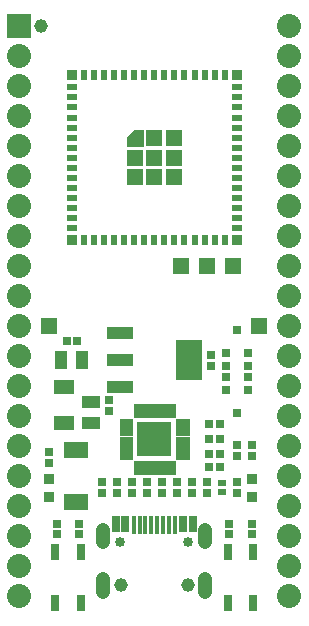
<source format=gts>
G75*
%MOIN*%
%OFA0B0*%
%FSLAX25Y25*%
%IPPOS*%
%LPD*%
%AMOC8*
5,1,8,0,0,1.08239X$1,22.5*
%
%ADD10R,0.08000X0.08000*%
%ADD11C,0.08000*%
%ADD12R,0.02962X0.05718*%
%ADD13R,0.01781X0.06309*%
%ADD14C,0.04734*%
%ADD15C,0.03356*%
%ADD16R,0.03159X0.05324*%
%ADD17R,0.09065X0.04340*%
%ADD18R,0.09065X0.13395*%
%ADD19R,0.03041X0.03041*%
%ADD20R,0.08080X0.05324*%
%ADD21R,0.06112X0.04143*%
%ADD22R,0.04143X0.06112*%
%ADD23R,0.03750X0.03750*%
%ADD24R,0.02569X0.02175*%
%ADD25R,0.02569X0.02962*%
%ADD26C,0.04537*%
%ADD27R,0.05324X0.05324*%
%ADD28C,0.00122*%
%ADD29R,0.11624X0.11624*%
%ADD30R,0.06899X0.04537*%
%ADD31C,0.00039*%
%ADD32R,0.03750X0.02175*%
%ADD33R,0.02175X0.03750*%
D10*
X0009300Y0200050D03*
D11*
X0009300Y0010050D03*
X0009300Y0020050D03*
X0009300Y0030050D03*
X0009300Y0040050D03*
X0009300Y0050050D03*
X0009300Y0060050D03*
X0009300Y0070050D03*
X0009300Y0080050D03*
X0009300Y0090050D03*
X0009300Y0100050D03*
X0009300Y0110050D03*
X0009300Y0120050D03*
X0009300Y0130050D03*
X0009300Y0140050D03*
X0009300Y0150050D03*
X0009300Y0160050D03*
X0009300Y0170050D03*
X0009300Y0180050D03*
X0009300Y0190050D03*
X0099300Y0190050D03*
X0099300Y0180050D03*
X0099300Y0170050D03*
X0099300Y0160050D03*
X0099300Y0150050D03*
X0099300Y0140050D03*
X0099300Y0130050D03*
X0099300Y0120050D03*
X0099300Y0110050D03*
X0099300Y0100050D03*
X0099300Y0090050D03*
X0099300Y0080050D03*
X0099300Y0070050D03*
X0099300Y0060050D03*
X0099300Y0050050D03*
X0099300Y0040050D03*
X0099300Y0030050D03*
X0099300Y0020050D03*
X0099300Y0010050D03*
X0099300Y0200050D03*
D12*
X0067095Y0034066D03*
X0063946Y0034066D03*
X0044654Y0034066D03*
X0041505Y0034066D03*
D13*
X0047410Y0033770D03*
X0049379Y0033770D03*
X0051347Y0033770D03*
X0053316Y0033770D03*
X0055284Y0033770D03*
X0057253Y0033770D03*
X0059221Y0033770D03*
X0061190Y0033770D03*
D14*
X0071308Y0032235D02*
X0071308Y0028101D01*
X0071308Y0015778D02*
X0071308Y0011644D01*
X0037292Y0011644D02*
X0037292Y0015778D01*
X0037292Y0028101D02*
X0037292Y0032235D01*
D15*
X0042922Y0028081D03*
X0065678Y0028081D03*
D16*
X0078818Y0024765D03*
X0087282Y0024765D03*
X0087282Y0007835D03*
X0078818Y0007835D03*
X0029782Y0007835D03*
X0021318Y0007835D03*
X0021318Y0024765D03*
X0029782Y0024765D03*
D17*
X0042883Y0079745D03*
X0042883Y0088800D03*
X0042883Y0097855D03*
D18*
X0065717Y0088800D03*
D19*
X0073050Y0087028D03*
X0073050Y0090572D03*
X0078050Y0086822D03*
X0078050Y0083278D03*
X0085550Y0083278D03*
X0085550Y0086822D03*
X0076072Y0067550D03*
X0076072Y0062550D03*
X0076072Y0057550D03*
X0076072Y0053175D03*
X0072528Y0053175D03*
X0072528Y0057550D03*
X0072528Y0062550D03*
X0072528Y0067550D03*
X0081800Y0060572D03*
X0081800Y0057028D03*
X0086800Y0057028D03*
X0086800Y0060572D03*
X0081800Y0048072D03*
X0081800Y0044528D03*
X0079300Y0034322D03*
X0079300Y0030778D03*
X0086800Y0030778D03*
X0086800Y0034322D03*
X0071800Y0044528D03*
X0071800Y0048072D03*
X0066800Y0048072D03*
X0066800Y0044528D03*
X0061800Y0044528D03*
X0061800Y0048072D03*
X0056800Y0048072D03*
X0056800Y0044528D03*
X0051800Y0044528D03*
X0051800Y0048072D03*
X0046800Y0048072D03*
X0046800Y0044528D03*
X0041800Y0044528D03*
X0041800Y0048072D03*
X0036800Y0048072D03*
X0036800Y0044528D03*
X0029300Y0034322D03*
X0029300Y0030778D03*
X0021800Y0030778D03*
X0021800Y0034322D03*
X0019300Y0054528D03*
X0019300Y0058072D03*
X0025028Y0095050D03*
X0028572Y0095050D03*
X0039300Y0075572D03*
X0039300Y0072028D03*
D20*
X0028050Y0058711D03*
X0028050Y0041389D03*
D21*
X0033050Y0067757D03*
X0033050Y0074843D03*
D22*
X0030343Y0088800D03*
X0023257Y0088800D03*
D23*
X0019300Y0049253D03*
X0019300Y0043347D03*
X0026741Y0128741D03*
X0026741Y0183859D03*
X0081859Y0183859D03*
X0081859Y0128741D03*
X0086800Y0049253D03*
X0086800Y0043347D03*
D24*
X0076800Y0044725D03*
X0076800Y0047875D03*
D25*
X0081800Y0071113D03*
X0078060Y0078987D03*
X0078060Y0091113D03*
X0081800Y0098987D03*
X0085540Y0091113D03*
X0085540Y0078987D03*
D26*
X0065550Y0013800D03*
X0043050Y0013800D03*
X0016644Y0200050D03*
D27*
X0047804Y0156300D03*
X0047804Y0149804D03*
X0054300Y0149804D03*
X0054300Y0156300D03*
X0054300Y0162796D03*
X0060796Y0162796D03*
X0060796Y0156300D03*
X0060796Y0149804D03*
X0063050Y0120050D03*
X0071800Y0120050D03*
X0080550Y0120050D03*
X0089300Y0100050D03*
X0019300Y0100050D03*
D28*
X0042742Y0067646D02*
X0046960Y0067646D01*
X0042742Y0067646D02*
X0042742Y0069266D01*
X0046960Y0069266D01*
X0046960Y0067646D01*
X0046960Y0067767D02*
X0042742Y0067767D01*
X0042742Y0067888D02*
X0046960Y0067888D01*
X0046960Y0068009D02*
X0042742Y0068009D01*
X0042742Y0068130D02*
X0046960Y0068130D01*
X0046960Y0068251D02*
X0042742Y0068251D01*
X0042742Y0068372D02*
X0046960Y0068372D01*
X0046960Y0068493D02*
X0042742Y0068493D01*
X0042742Y0068614D02*
X0046960Y0068614D01*
X0046960Y0068735D02*
X0042742Y0068735D01*
X0042742Y0068856D02*
X0046960Y0068856D01*
X0046960Y0068977D02*
X0042742Y0068977D01*
X0042742Y0069098D02*
X0046960Y0069098D01*
X0046960Y0069219D02*
X0042742Y0069219D01*
X0042742Y0065677D02*
X0046960Y0065677D01*
X0042742Y0065677D02*
X0042742Y0067297D01*
X0046960Y0067297D01*
X0046960Y0065677D01*
X0046960Y0065798D02*
X0042742Y0065798D01*
X0042742Y0065919D02*
X0046960Y0065919D01*
X0046960Y0066040D02*
X0042742Y0066040D01*
X0042742Y0066161D02*
X0046960Y0066161D01*
X0046960Y0066282D02*
X0042742Y0066282D01*
X0042742Y0066403D02*
X0046960Y0066403D01*
X0046960Y0066524D02*
X0042742Y0066524D01*
X0042742Y0066645D02*
X0046960Y0066645D01*
X0046960Y0066766D02*
X0042742Y0066766D01*
X0042742Y0066887D02*
X0046960Y0066887D01*
X0046960Y0067008D02*
X0042742Y0067008D01*
X0042742Y0067129D02*
X0046960Y0067129D01*
X0046960Y0067250D02*
X0042742Y0067250D01*
X0042742Y0063709D02*
X0046960Y0063709D01*
X0042742Y0063709D02*
X0042742Y0065329D01*
X0046960Y0065329D01*
X0046960Y0063709D01*
X0046960Y0063830D02*
X0042742Y0063830D01*
X0042742Y0063951D02*
X0046960Y0063951D01*
X0046960Y0064072D02*
X0042742Y0064072D01*
X0042742Y0064193D02*
X0046960Y0064193D01*
X0046960Y0064314D02*
X0042742Y0064314D01*
X0042742Y0064435D02*
X0046960Y0064435D01*
X0046960Y0064556D02*
X0042742Y0064556D01*
X0042742Y0064677D02*
X0046960Y0064677D01*
X0046960Y0064798D02*
X0042742Y0064798D01*
X0042742Y0064919D02*
X0046960Y0064919D01*
X0046960Y0065040D02*
X0042742Y0065040D01*
X0042742Y0065161D02*
X0046960Y0065161D01*
X0046960Y0065282D02*
X0042742Y0065282D01*
X0042742Y0061740D02*
X0046960Y0061740D01*
X0042742Y0061740D02*
X0042742Y0063360D01*
X0046960Y0063360D01*
X0046960Y0061740D01*
X0046960Y0061861D02*
X0042742Y0061861D01*
X0042742Y0061982D02*
X0046960Y0061982D01*
X0046960Y0062103D02*
X0042742Y0062103D01*
X0042742Y0062224D02*
X0046960Y0062224D01*
X0046960Y0062345D02*
X0042742Y0062345D01*
X0042742Y0062466D02*
X0046960Y0062466D01*
X0046960Y0062587D02*
X0042742Y0062587D01*
X0042742Y0062708D02*
X0046960Y0062708D01*
X0046960Y0062829D02*
X0042742Y0062829D01*
X0042742Y0062950D02*
X0046960Y0062950D01*
X0046960Y0063071D02*
X0042742Y0063071D01*
X0042742Y0063192D02*
X0046960Y0063192D01*
X0046960Y0063313D02*
X0042742Y0063313D01*
X0042742Y0059771D02*
X0046960Y0059771D01*
X0042742Y0059771D02*
X0042742Y0061391D01*
X0046960Y0061391D01*
X0046960Y0059771D01*
X0046960Y0059892D02*
X0042742Y0059892D01*
X0042742Y0060013D02*
X0046960Y0060013D01*
X0046960Y0060134D02*
X0042742Y0060134D01*
X0042742Y0060255D02*
X0046960Y0060255D01*
X0046960Y0060376D02*
X0042742Y0060376D01*
X0042742Y0060497D02*
X0046960Y0060497D01*
X0046960Y0060618D02*
X0042742Y0060618D01*
X0042742Y0060739D02*
X0046960Y0060739D01*
X0046960Y0060860D02*
X0042742Y0060860D01*
X0042742Y0060981D02*
X0046960Y0060981D01*
X0046960Y0061102D02*
X0042742Y0061102D01*
X0042742Y0061223D02*
X0046960Y0061223D01*
X0046960Y0061344D02*
X0042742Y0061344D01*
X0042742Y0057803D02*
X0046960Y0057803D01*
X0042742Y0057803D02*
X0042742Y0059423D01*
X0046960Y0059423D01*
X0046960Y0057803D01*
X0046960Y0057924D02*
X0042742Y0057924D01*
X0042742Y0058045D02*
X0046960Y0058045D01*
X0046960Y0058166D02*
X0042742Y0058166D01*
X0042742Y0058287D02*
X0046960Y0058287D01*
X0046960Y0058408D02*
X0042742Y0058408D01*
X0042742Y0058529D02*
X0046960Y0058529D01*
X0046960Y0058650D02*
X0042742Y0058650D01*
X0042742Y0058771D02*
X0046960Y0058771D01*
X0046960Y0058892D02*
X0042742Y0058892D01*
X0042742Y0059013D02*
X0046960Y0059013D01*
X0046960Y0059134D02*
X0042742Y0059134D01*
X0042742Y0059255D02*
X0046960Y0059255D01*
X0046960Y0059376D02*
X0042742Y0059376D01*
X0042742Y0055834D02*
X0046960Y0055834D01*
X0042742Y0055834D02*
X0042742Y0057454D01*
X0046960Y0057454D01*
X0046960Y0055834D01*
X0046960Y0055955D02*
X0042742Y0055955D01*
X0042742Y0056076D02*
X0046960Y0056076D01*
X0046960Y0056197D02*
X0042742Y0056197D01*
X0042742Y0056318D02*
X0046960Y0056318D01*
X0046960Y0056439D02*
X0042742Y0056439D01*
X0042742Y0056560D02*
X0046960Y0056560D01*
X0046960Y0056681D02*
X0042742Y0056681D01*
X0042742Y0056802D02*
X0046960Y0056802D01*
X0046960Y0056923D02*
X0042742Y0056923D01*
X0042742Y0057044D02*
X0046960Y0057044D01*
X0046960Y0057165D02*
X0042742Y0057165D01*
X0042742Y0057286D02*
X0046960Y0057286D01*
X0046960Y0057407D02*
X0042742Y0057407D01*
X0049204Y0055210D02*
X0049204Y0050992D01*
X0047584Y0050992D01*
X0047584Y0055210D01*
X0049204Y0055210D01*
X0049204Y0051113D02*
X0047584Y0051113D01*
X0047584Y0051234D02*
X0049204Y0051234D01*
X0049204Y0051355D02*
X0047584Y0051355D01*
X0047584Y0051476D02*
X0049204Y0051476D01*
X0049204Y0051597D02*
X0047584Y0051597D01*
X0047584Y0051718D02*
X0049204Y0051718D01*
X0049204Y0051839D02*
X0047584Y0051839D01*
X0047584Y0051960D02*
X0049204Y0051960D01*
X0049204Y0052081D02*
X0047584Y0052081D01*
X0047584Y0052202D02*
X0049204Y0052202D01*
X0049204Y0052323D02*
X0047584Y0052323D01*
X0047584Y0052444D02*
X0049204Y0052444D01*
X0049204Y0052565D02*
X0047584Y0052565D01*
X0047584Y0052686D02*
X0049204Y0052686D01*
X0049204Y0052807D02*
X0047584Y0052807D01*
X0047584Y0052928D02*
X0049204Y0052928D01*
X0049204Y0053049D02*
X0047584Y0053049D01*
X0047584Y0053170D02*
X0049204Y0053170D01*
X0049204Y0053291D02*
X0047584Y0053291D01*
X0047584Y0053412D02*
X0049204Y0053412D01*
X0049204Y0053533D02*
X0047584Y0053533D01*
X0047584Y0053654D02*
X0049204Y0053654D01*
X0049204Y0053775D02*
X0047584Y0053775D01*
X0047584Y0053896D02*
X0049204Y0053896D01*
X0049204Y0054017D02*
X0047584Y0054017D01*
X0047584Y0054138D02*
X0049204Y0054138D01*
X0049204Y0054259D02*
X0047584Y0054259D01*
X0047584Y0054380D02*
X0049204Y0054380D01*
X0049204Y0054501D02*
X0047584Y0054501D01*
X0047584Y0054622D02*
X0049204Y0054622D01*
X0049204Y0054743D02*
X0047584Y0054743D01*
X0047584Y0054864D02*
X0049204Y0054864D01*
X0049204Y0054985D02*
X0047584Y0054985D01*
X0047584Y0055106D02*
X0049204Y0055106D01*
X0051173Y0055210D02*
X0051173Y0050992D01*
X0049553Y0050992D01*
X0049553Y0055210D01*
X0051173Y0055210D01*
X0051173Y0051113D02*
X0049553Y0051113D01*
X0049553Y0051234D02*
X0051173Y0051234D01*
X0051173Y0051355D02*
X0049553Y0051355D01*
X0049553Y0051476D02*
X0051173Y0051476D01*
X0051173Y0051597D02*
X0049553Y0051597D01*
X0049553Y0051718D02*
X0051173Y0051718D01*
X0051173Y0051839D02*
X0049553Y0051839D01*
X0049553Y0051960D02*
X0051173Y0051960D01*
X0051173Y0052081D02*
X0049553Y0052081D01*
X0049553Y0052202D02*
X0051173Y0052202D01*
X0051173Y0052323D02*
X0049553Y0052323D01*
X0049553Y0052444D02*
X0051173Y0052444D01*
X0051173Y0052565D02*
X0049553Y0052565D01*
X0049553Y0052686D02*
X0051173Y0052686D01*
X0051173Y0052807D02*
X0049553Y0052807D01*
X0049553Y0052928D02*
X0051173Y0052928D01*
X0051173Y0053049D02*
X0049553Y0053049D01*
X0049553Y0053170D02*
X0051173Y0053170D01*
X0051173Y0053291D02*
X0049553Y0053291D01*
X0049553Y0053412D02*
X0051173Y0053412D01*
X0051173Y0053533D02*
X0049553Y0053533D01*
X0049553Y0053654D02*
X0051173Y0053654D01*
X0051173Y0053775D02*
X0049553Y0053775D01*
X0049553Y0053896D02*
X0051173Y0053896D01*
X0051173Y0054017D02*
X0049553Y0054017D01*
X0049553Y0054138D02*
X0051173Y0054138D01*
X0051173Y0054259D02*
X0049553Y0054259D01*
X0049553Y0054380D02*
X0051173Y0054380D01*
X0051173Y0054501D02*
X0049553Y0054501D01*
X0049553Y0054622D02*
X0051173Y0054622D01*
X0051173Y0054743D02*
X0049553Y0054743D01*
X0049553Y0054864D02*
X0051173Y0054864D01*
X0051173Y0054985D02*
X0049553Y0054985D01*
X0049553Y0055106D02*
X0051173Y0055106D01*
X0053141Y0055210D02*
X0053141Y0050992D01*
X0051521Y0050992D01*
X0051521Y0055210D01*
X0053141Y0055210D01*
X0053141Y0051113D02*
X0051521Y0051113D01*
X0051521Y0051234D02*
X0053141Y0051234D01*
X0053141Y0051355D02*
X0051521Y0051355D01*
X0051521Y0051476D02*
X0053141Y0051476D01*
X0053141Y0051597D02*
X0051521Y0051597D01*
X0051521Y0051718D02*
X0053141Y0051718D01*
X0053141Y0051839D02*
X0051521Y0051839D01*
X0051521Y0051960D02*
X0053141Y0051960D01*
X0053141Y0052081D02*
X0051521Y0052081D01*
X0051521Y0052202D02*
X0053141Y0052202D01*
X0053141Y0052323D02*
X0051521Y0052323D01*
X0051521Y0052444D02*
X0053141Y0052444D01*
X0053141Y0052565D02*
X0051521Y0052565D01*
X0051521Y0052686D02*
X0053141Y0052686D01*
X0053141Y0052807D02*
X0051521Y0052807D01*
X0051521Y0052928D02*
X0053141Y0052928D01*
X0053141Y0053049D02*
X0051521Y0053049D01*
X0051521Y0053170D02*
X0053141Y0053170D01*
X0053141Y0053291D02*
X0051521Y0053291D01*
X0051521Y0053412D02*
X0053141Y0053412D01*
X0053141Y0053533D02*
X0051521Y0053533D01*
X0051521Y0053654D02*
X0053141Y0053654D01*
X0053141Y0053775D02*
X0051521Y0053775D01*
X0051521Y0053896D02*
X0053141Y0053896D01*
X0053141Y0054017D02*
X0051521Y0054017D01*
X0051521Y0054138D02*
X0053141Y0054138D01*
X0053141Y0054259D02*
X0051521Y0054259D01*
X0051521Y0054380D02*
X0053141Y0054380D01*
X0053141Y0054501D02*
X0051521Y0054501D01*
X0051521Y0054622D02*
X0053141Y0054622D01*
X0053141Y0054743D02*
X0051521Y0054743D01*
X0051521Y0054864D02*
X0053141Y0054864D01*
X0053141Y0054985D02*
X0051521Y0054985D01*
X0051521Y0055106D02*
X0053141Y0055106D01*
X0055110Y0055210D02*
X0055110Y0050992D01*
X0053490Y0050992D01*
X0053490Y0055210D01*
X0055110Y0055210D01*
X0055110Y0051113D02*
X0053490Y0051113D01*
X0053490Y0051234D02*
X0055110Y0051234D01*
X0055110Y0051355D02*
X0053490Y0051355D01*
X0053490Y0051476D02*
X0055110Y0051476D01*
X0055110Y0051597D02*
X0053490Y0051597D01*
X0053490Y0051718D02*
X0055110Y0051718D01*
X0055110Y0051839D02*
X0053490Y0051839D01*
X0053490Y0051960D02*
X0055110Y0051960D01*
X0055110Y0052081D02*
X0053490Y0052081D01*
X0053490Y0052202D02*
X0055110Y0052202D01*
X0055110Y0052323D02*
X0053490Y0052323D01*
X0053490Y0052444D02*
X0055110Y0052444D01*
X0055110Y0052565D02*
X0053490Y0052565D01*
X0053490Y0052686D02*
X0055110Y0052686D01*
X0055110Y0052807D02*
X0053490Y0052807D01*
X0053490Y0052928D02*
X0055110Y0052928D01*
X0055110Y0053049D02*
X0053490Y0053049D01*
X0053490Y0053170D02*
X0055110Y0053170D01*
X0055110Y0053291D02*
X0053490Y0053291D01*
X0053490Y0053412D02*
X0055110Y0053412D01*
X0055110Y0053533D02*
X0053490Y0053533D01*
X0053490Y0053654D02*
X0055110Y0053654D01*
X0055110Y0053775D02*
X0053490Y0053775D01*
X0053490Y0053896D02*
X0055110Y0053896D01*
X0055110Y0054017D02*
X0053490Y0054017D01*
X0053490Y0054138D02*
X0055110Y0054138D01*
X0055110Y0054259D02*
X0053490Y0054259D01*
X0053490Y0054380D02*
X0055110Y0054380D01*
X0055110Y0054501D02*
X0053490Y0054501D01*
X0053490Y0054622D02*
X0055110Y0054622D01*
X0055110Y0054743D02*
X0053490Y0054743D01*
X0053490Y0054864D02*
X0055110Y0054864D01*
X0055110Y0054985D02*
X0053490Y0054985D01*
X0053490Y0055106D02*
X0055110Y0055106D01*
X0057079Y0055210D02*
X0057079Y0050992D01*
X0055459Y0050992D01*
X0055459Y0055210D01*
X0057079Y0055210D01*
X0057079Y0051113D02*
X0055459Y0051113D01*
X0055459Y0051234D02*
X0057079Y0051234D01*
X0057079Y0051355D02*
X0055459Y0051355D01*
X0055459Y0051476D02*
X0057079Y0051476D01*
X0057079Y0051597D02*
X0055459Y0051597D01*
X0055459Y0051718D02*
X0057079Y0051718D01*
X0057079Y0051839D02*
X0055459Y0051839D01*
X0055459Y0051960D02*
X0057079Y0051960D01*
X0057079Y0052081D02*
X0055459Y0052081D01*
X0055459Y0052202D02*
X0057079Y0052202D01*
X0057079Y0052323D02*
X0055459Y0052323D01*
X0055459Y0052444D02*
X0057079Y0052444D01*
X0057079Y0052565D02*
X0055459Y0052565D01*
X0055459Y0052686D02*
X0057079Y0052686D01*
X0057079Y0052807D02*
X0055459Y0052807D01*
X0055459Y0052928D02*
X0057079Y0052928D01*
X0057079Y0053049D02*
X0055459Y0053049D01*
X0055459Y0053170D02*
X0057079Y0053170D01*
X0057079Y0053291D02*
X0055459Y0053291D01*
X0055459Y0053412D02*
X0057079Y0053412D01*
X0057079Y0053533D02*
X0055459Y0053533D01*
X0055459Y0053654D02*
X0057079Y0053654D01*
X0057079Y0053775D02*
X0055459Y0053775D01*
X0055459Y0053896D02*
X0057079Y0053896D01*
X0057079Y0054017D02*
X0055459Y0054017D01*
X0055459Y0054138D02*
X0057079Y0054138D01*
X0057079Y0054259D02*
X0055459Y0054259D01*
X0055459Y0054380D02*
X0057079Y0054380D01*
X0057079Y0054501D02*
X0055459Y0054501D01*
X0055459Y0054622D02*
X0057079Y0054622D01*
X0057079Y0054743D02*
X0055459Y0054743D01*
X0055459Y0054864D02*
X0057079Y0054864D01*
X0057079Y0054985D02*
X0055459Y0054985D01*
X0055459Y0055106D02*
X0057079Y0055106D01*
X0059047Y0055210D02*
X0059047Y0050992D01*
X0057427Y0050992D01*
X0057427Y0055210D01*
X0059047Y0055210D01*
X0059047Y0051113D02*
X0057427Y0051113D01*
X0057427Y0051234D02*
X0059047Y0051234D01*
X0059047Y0051355D02*
X0057427Y0051355D01*
X0057427Y0051476D02*
X0059047Y0051476D01*
X0059047Y0051597D02*
X0057427Y0051597D01*
X0057427Y0051718D02*
X0059047Y0051718D01*
X0059047Y0051839D02*
X0057427Y0051839D01*
X0057427Y0051960D02*
X0059047Y0051960D01*
X0059047Y0052081D02*
X0057427Y0052081D01*
X0057427Y0052202D02*
X0059047Y0052202D01*
X0059047Y0052323D02*
X0057427Y0052323D01*
X0057427Y0052444D02*
X0059047Y0052444D01*
X0059047Y0052565D02*
X0057427Y0052565D01*
X0057427Y0052686D02*
X0059047Y0052686D01*
X0059047Y0052807D02*
X0057427Y0052807D01*
X0057427Y0052928D02*
X0059047Y0052928D01*
X0059047Y0053049D02*
X0057427Y0053049D01*
X0057427Y0053170D02*
X0059047Y0053170D01*
X0059047Y0053291D02*
X0057427Y0053291D01*
X0057427Y0053412D02*
X0059047Y0053412D01*
X0059047Y0053533D02*
X0057427Y0053533D01*
X0057427Y0053654D02*
X0059047Y0053654D01*
X0059047Y0053775D02*
X0057427Y0053775D01*
X0057427Y0053896D02*
X0059047Y0053896D01*
X0059047Y0054017D02*
X0057427Y0054017D01*
X0057427Y0054138D02*
X0059047Y0054138D01*
X0059047Y0054259D02*
X0057427Y0054259D01*
X0057427Y0054380D02*
X0059047Y0054380D01*
X0059047Y0054501D02*
X0057427Y0054501D01*
X0057427Y0054622D02*
X0059047Y0054622D01*
X0059047Y0054743D02*
X0057427Y0054743D01*
X0057427Y0054864D02*
X0059047Y0054864D01*
X0059047Y0054985D02*
X0057427Y0054985D01*
X0057427Y0055106D02*
X0059047Y0055106D01*
X0061016Y0055210D02*
X0061016Y0050992D01*
X0059396Y0050992D01*
X0059396Y0055210D01*
X0061016Y0055210D01*
X0061016Y0051113D02*
X0059396Y0051113D01*
X0059396Y0051234D02*
X0061016Y0051234D01*
X0061016Y0051355D02*
X0059396Y0051355D01*
X0059396Y0051476D02*
X0061016Y0051476D01*
X0061016Y0051597D02*
X0059396Y0051597D01*
X0059396Y0051718D02*
X0061016Y0051718D01*
X0061016Y0051839D02*
X0059396Y0051839D01*
X0059396Y0051960D02*
X0061016Y0051960D01*
X0061016Y0052081D02*
X0059396Y0052081D01*
X0059396Y0052202D02*
X0061016Y0052202D01*
X0061016Y0052323D02*
X0059396Y0052323D01*
X0059396Y0052444D02*
X0061016Y0052444D01*
X0061016Y0052565D02*
X0059396Y0052565D01*
X0059396Y0052686D02*
X0061016Y0052686D01*
X0061016Y0052807D02*
X0059396Y0052807D01*
X0059396Y0052928D02*
X0061016Y0052928D01*
X0061016Y0053049D02*
X0059396Y0053049D01*
X0059396Y0053170D02*
X0061016Y0053170D01*
X0061016Y0053291D02*
X0059396Y0053291D01*
X0059396Y0053412D02*
X0061016Y0053412D01*
X0061016Y0053533D02*
X0059396Y0053533D01*
X0059396Y0053654D02*
X0061016Y0053654D01*
X0061016Y0053775D02*
X0059396Y0053775D01*
X0059396Y0053896D02*
X0061016Y0053896D01*
X0061016Y0054017D02*
X0059396Y0054017D01*
X0059396Y0054138D02*
X0061016Y0054138D01*
X0061016Y0054259D02*
X0059396Y0054259D01*
X0059396Y0054380D02*
X0061016Y0054380D01*
X0061016Y0054501D02*
X0059396Y0054501D01*
X0059396Y0054622D02*
X0061016Y0054622D01*
X0061016Y0054743D02*
X0059396Y0054743D01*
X0059396Y0054864D02*
X0061016Y0054864D01*
X0061016Y0054985D02*
X0059396Y0054985D01*
X0059396Y0055106D02*
X0061016Y0055106D01*
X0061640Y0057454D02*
X0065858Y0057454D01*
X0065858Y0055834D01*
X0061640Y0055834D01*
X0061640Y0057454D01*
X0061640Y0055955D02*
X0065858Y0055955D01*
X0065858Y0056076D02*
X0061640Y0056076D01*
X0061640Y0056197D02*
X0065858Y0056197D01*
X0065858Y0056318D02*
X0061640Y0056318D01*
X0061640Y0056439D02*
X0065858Y0056439D01*
X0065858Y0056560D02*
X0061640Y0056560D01*
X0061640Y0056681D02*
X0065858Y0056681D01*
X0065858Y0056802D02*
X0061640Y0056802D01*
X0061640Y0056923D02*
X0065858Y0056923D01*
X0065858Y0057044D02*
X0061640Y0057044D01*
X0061640Y0057165D02*
X0065858Y0057165D01*
X0065858Y0057286D02*
X0061640Y0057286D01*
X0061640Y0057407D02*
X0065858Y0057407D01*
X0065858Y0059423D02*
X0061640Y0059423D01*
X0065858Y0059423D02*
X0065858Y0057803D01*
X0061640Y0057803D01*
X0061640Y0059423D01*
X0061640Y0057924D02*
X0065858Y0057924D01*
X0065858Y0058045D02*
X0061640Y0058045D01*
X0061640Y0058166D02*
X0065858Y0058166D01*
X0065858Y0058287D02*
X0061640Y0058287D01*
X0061640Y0058408D02*
X0065858Y0058408D01*
X0065858Y0058529D02*
X0061640Y0058529D01*
X0061640Y0058650D02*
X0065858Y0058650D01*
X0065858Y0058771D02*
X0061640Y0058771D01*
X0061640Y0058892D02*
X0065858Y0058892D01*
X0065858Y0059013D02*
X0061640Y0059013D01*
X0061640Y0059134D02*
X0065858Y0059134D01*
X0065858Y0059255D02*
X0061640Y0059255D01*
X0061640Y0059376D02*
X0065858Y0059376D01*
X0065858Y0061391D02*
X0061640Y0061391D01*
X0065858Y0061391D02*
X0065858Y0059771D01*
X0061640Y0059771D01*
X0061640Y0061391D01*
X0061640Y0059892D02*
X0065858Y0059892D01*
X0065858Y0060013D02*
X0061640Y0060013D01*
X0061640Y0060134D02*
X0065858Y0060134D01*
X0065858Y0060255D02*
X0061640Y0060255D01*
X0061640Y0060376D02*
X0065858Y0060376D01*
X0065858Y0060497D02*
X0061640Y0060497D01*
X0061640Y0060618D02*
X0065858Y0060618D01*
X0065858Y0060739D02*
X0061640Y0060739D01*
X0061640Y0060860D02*
X0065858Y0060860D01*
X0065858Y0060981D02*
X0061640Y0060981D01*
X0061640Y0061102D02*
X0065858Y0061102D01*
X0065858Y0061223D02*
X0061640Y0061223D01*
X0061640Y0061344D02*
X0065858Y0061344D01*
X0065858Y0063360D02*
X0061640Y0063360D01*
X0065858Y0063360D02*
X0065858Y0061740D01*
X0061640Y0061740D01*
X0061640Y0063360D01*
X0061640Y0061861D02*
X0065858Y0061861D01*
X0065858Y0061982D02*
X0061640Y0061982D01*
X0061640Y0062103D02*
X0065858Y0062103D01*
X0065858Y0062224D02*
X0061640Y0062224D01*
X0061640Y0062345D02*
X0065858Y0062345D01*
X0065858Y0062466D02*
X0061640Y0062466D01*
X0061640Y0062587D02*
X0065858Y0062587D01*
X0065858Y0062708D02*
X0061640Y0062708D01*
X0061640Y0062829D02*
X0065858Y0062829D01*
X0065858Y0062950D02*
X0061640Y0062950D01*
X0061640Y0063071D02*
X0065858Y0063071D01*
X0065858Y0063192D02*
X0061640Y0063192D01*
X0061640Y0063313D02*
X0065858Y0063313D01*
X0065858Y0065329D02*
X0061640Y0065329D01*
X0065858Y0065329D02*
X0065858Y0063709D01*
X0061640Y0063709D01*
X0061640Y0065329D01*
X0061640Y0063830D02*
X0065858Y0063830D01*
X0065858Y0063951D02*
X0061640Y0063951D01*
X0061640Y0064072D02*
X0065858Y0064072D01*
X0065858Y0064193D02*
X0061640Y0064193D01*
X0061640Y0064314D02*
X0065858Y0064314D01*
X0065858Y0064435D02*
X0061640Y0064435D01*
X0061640Y0064556D02*
X0065858Y0064556D01*
X0065858Y0064677D02*
X0061640Y0064677D01*
X0061640Y0064798D02*
X0065858Y0064798D01*
X0065858Y0064919D02*
X0061640Y0064919D01*
X0061640Y0065040D02*
X0065858Y0065040D01*
X0065858Y0065161D02*
X0061640Y0065161D01*
X0061640Y0065282D02*
X0065858Y0065282D01*
X0065858Y0067297D02*
X0061640Y0067297D01*
X0065858Y0067297D02*
X0065858Y0065677D01*
X0061640Y0065677D01*
X0061640Y0067297D01*
X0061640Y0065798D02*
X0065858Y0065798D01*
X0065858Y0065919D02*
X0061640Y0065919D01*
X0061640Y0066040D02*
X0065858Y0066040D01*
X0065858Y0066161D02*
X0061640Y0066161D01*
X0061640Y0066282D02*
X0065858Y0066282D01*
X0065858Y0066403D02*
X0061640Y0066403D01*
X0061640Y0066524D02*
X0065858Y0066524D01*
X0065858Y0066645D02*
X0061640Y0066645D01*
X0061640Y0066766D02*
X0065858Y0066766D01*
X0065858Y0066887D02*
X0061640Y0066887D01*
X0061640Y0067008D02*
X0065858Y0067008D01*
X0065858Y0067129D02*
X0061640Y0067129D01*
X0061640Y0067250D02*
X0065858Y0067250D01*
X0065858Y0069266D02*
X0061640Y0069266D01*
X0065858Y0069266D02*
X0065858Y0067646D01*
X0061640Y0067646D01*
X0061640Y0069266D01*
X0061640Y0067767D02*
X0065858Y0067767D01*
X0065858Y0067888D02*
X0061640Y0067888D01*
X0061640Y0068009D02*
X0065858Y0068009D01*
X0065858Y0068130D02*
X0061640Y0068130D01*
X0061640Y0068251D02*
X0065858Y0068251D01*
X0065858Y0068372D02*
X0061640Y0068372D01*
X0061640Y0068493D02*
X0065858Y0068493D01*
X0065858Y0068614D02*
X0061640Y0068614D01*
X0061640Y0068735D02*
X0065858Y0068735D01*
X0065858Y0068856D02*
X0061640Y0068856D01*
X0061640Y0068977D02*
X0065858Y0068977D01*
X0065858Y0069098D02*
X0061640Y0069098D01*
X0061640Y0069219D02*
X0065858Y0069219D01*
X0059396Y0069890D02*
X0059396Y0074108D01*
X0061016Y0074108D01*
X0061016Y0069890D01*
X0059396Y0069890D01*
X0059396Y0070011D02*
X0061016Y0070011D01*
X0061016Y0070132D02*
X0059396Y0070132D01*
X0059396Y0070253D02*
X0061016Y0070253D01*
X0061016Y0070374D02*
X0059396Y0070374D01*
X0059396Y0070495D02*
X0061016Y0070495D01*
X0061016Y0070616D02*
X0059396Y0070616D01*
X0059396Y0070737D02*
X0061016Y0070737D01*
X0061016Y0070858D02*
X0059396Y0070858D01*
X0059396Y0070979D02*
X0061016Y0070979D01*
X0061016Y0071100D02*
X0059396Y0071100D01*
X0059396Y0071221D02*
X0061016Y0071221D01*
X0061016Y0071342D02*
X0059396Y0071342D01*
X0059396Y0071463D02*
X0061016Y0071463D01*
X0061016Y0071584D02*
X0059396Y0071584D01*
X0059396Y0071705D02*
X0061016Y0071705D01*
X0061016Y0071826D02*
X0059396Y0071826D01*
X0059396Y0071947D02*
X0061016Y0071947D01*
X0061016Y0072068D02*
X0059396Y0072068D01*
X0059396Y0072189D02*
X0061016Y0072189D01*
X0061016Y0072310D02*
X0059396Y0072310D01*
X0059396Y0072431D02*
X0061016Y0072431D01*
X0061016Y0072552D02*
X0059396Y0072552D01*
X0059396Y0072673D02*
X0061016Y0072673D01*
X0061016Y0072794D02*
X0059396Y0072794D01*
X0059396Y0072915D02*
X0061016Y0072915D01*
X0061016Y0073036D02*
X0059396Y0073036D01*
X0059396Y0073157D02*
X0061016Y0073157D01*
X0061016Y0073278D02*
X0059396Y0073278D01*
X0059396Y0073399D02*
X0061016Y0073399D01*
X0061016Y0073520D02*
X0059396Y0073520D01*
X0059396Y0073641D02*
X0061016Y0073641D01*
X0061016Y0073762D02*
X0059396Y0073762D01*
X0059396Y0073883D02*
X0061016Y0073883D01*
X0061016Y0074004D02*
X0059396Y0074004D01*
X0057427Y0074108D02*
X0057427Y0069890D01*
X0057427Y0074108D02*
X0059047Y0074108D01*
X0059047Y0069890D01*
X0057427Y0069890D01*
X0057427Y0070011D02*
X0059047Y0070011D01*
X0059047Y0070132D02*
X0057427Y0070132D01*
X0057427Y0070253D02*
X0059047Y0070253D01*
X0059047Y0070374D02*
X0057427Y0070374D01*
X0057427Y0070495D02*
X0059047Y0070495D01*
X0059047Y0070616D02*
X0057427Y0070616D01*
X0057427Y0070737D02*
X0059047Y0070737D01*
X0059047Y0070858D02*
X0057427Y0070858D01*
X0057427Y0070979D02*
X0059047Y0070979D01*
X0059047Y0071100D02*
X0057427Y0071100D01*
X0057427Y0071221D02*
X0059047Y0071221D01*
X0059047Y0071342D02*
X0057427Y0071342D01*
X0057427Y0071463D02*
X0059047Y0071463D01*
X0059047Y0071584D02*
X0057427Y0071584D01*
X0057427Y0071705D02*
X0059047Y0071705D01*
X0059047Y0071826D02*
X0057427Y0071826D01*
X0057427Y0071947D02*
X0059047Y0071947D01*
X0059047Y0072068D02*
X0057427Y0072068D01*
X0057427Y0072189D02*
X0059047Y0072189D01*
X0059047Y0072310D02*
X0057427Y0072310D01*
X0057427Y0072431D02*
X0059047Y0072431D01*
X0059047Y0072552D02*
X0057427Y0072552D01*
X0057427Y0072673D02*
X0059047Y0072673D01*
X0059047Y0072794D02*
X0057427Y0072794D01*
X0057427Y0072915D02*
X0059047Y0072915D01*
X0059047Y0073036D02*
X0057427Y0073036D01*
X0057427Y0073157D02*
X0059047Y0073157D01*
X0059047Y0073278D02*
X0057427Y0073278D01*
X0057427Y0073399D02*
X0059047Y0073399D01*
X0059047Y0073520D02*
X0057427Y0073520D01*
X0057427Y0073641D02*
X0059047Y0073641D01*
X0059047Y0073762D02*
X0057427Y0073762D01*
X0057427Y0073883D02*
X0059047Y0073883D01*
X0059047Y0074004D02*
X0057427Y0074004D01*
X0055459Y0074108D02*
X0055459Y0069890D01*
X0055459Y0074108D02*
X0057079Y0074108D01*
X0057079Y0069890D01*
X0055459Y0069890D01*
X0055459Y0070011D02*
X0057079Y0070011D01*
X0057079Y0070132D02*
X0055459Y0070132D01*
X0055459Y0070253D02*
X0057079Y0070253D01*
X0057079Y0070374D02*
X0055459Y0070374D01*
X0055459Y0070495D02*
X0057079Y0070495D01*
X0057079Y0070616D02*
X0055459Y0070616D01*
X0055459Y0070737D02*
X0057079Y0070737D01*
X0057079Y0070858D02*
X0055459Y0070858D01*
X0055459Y0070979D02*
X0057079Y0070979D01*
X0057079Y0071100D02*
X0055459Y0071100D01*
X0055459Y0071221D02*
X0057079Y0071221D01*
X0057079Y0071342D02*
X0055459Y0071342D01*
X0055459Y0071463D02*
X0057079Y0071463D01*
X0057079Y0071584D02*
X0055459Y0071584D01*
X0055459Y0071705D02*
X0057079Y0071705D01*
X0057079Y0071826D02*
X0055459Y0071826D01*
X0055459Y0071947D02*
X0057079Y0071947D01*
X0057079Y0072068D02*
X0055459Y0072068D01*
X0055459Y0072189D02*
X0057079Y0072189D01*
X0057079Y0072310D02*
X0055459Y0072310D01*
X0055459Y0072431D02*
X0057079Y0072431D01*
X0057079Y0072552D02*
X0055459Y0072552D01*
X0055459Y0072673D02*
X0057079Y0072673D01*
X0057079Y0072794D02*
X0055459Y0072794D01*
X0055459Y0072915D02*
X0057079Y0072915D01*
X0057079Y0073036D02*
X0055459Y0073036D01*
X0055459Y0073157D02*
X0057079Y0073157D01*
X0057079Y0073278D02*
X0055459Y0073278D01*
X0055459Y0073399D02*
X0057079Y0073399D01*
X0057079Y0073520D02*
X0055459Y0073520D01*
X0055459Y0073641D02*
X0057079Y0073641D01*
X0057079Y0073762D02*
X0055459Y0073762D01*
X0055459Y0073883D02*
X0057079Y0073883D01*
X0057079Y0074004D02*
X0055459Y0074004D01*
X0053490Y0074108D02*
X0053490Y0069890D01*
X0053490Y0074108D02*
X0055110Y0074108D01*
X0055110Y0069890D01*
X0053490Y0069890D01*
X0053490Y0070011D02*
X0055110Y0070011D01*
X0055110Y0070132D02*
X0053490Y0070132D01*
X0053490Y0070253D02*
X0055110Y0070253D01*
X0055110Y0070374D02*
X0053490Y0070374D01*
X0053490Y0070495D02*
X0055110Y0070495D01*
X0055110Y0070616D02*
X0053490Y0070616D01*
X0053490Y0070737D02*
X0055110Y0070737D01*
X0055110Y0070858D02*
X0053490Y0070858D01*
X0053490Y0070979D02*
X0055110Y0070979D01*
X0055110Y0071100D02*
X0053490Y0071100D01*
X0053490Y0071221D02*
X0055110Y0071221D01*
X0055110Y0071342D02*
X0053490Y0071342D01*
X0053490Y0071463D02*
X0055110Y0071463D01*
X0055110Y0071584D02*
X0053490Y0071584D01*
X0053490Y0071705D02*
X0055110Y0071705D01*
X0055110Y0071826D02*
X0053490Y0071826D01*
X0053490Y0071947D02*
X0055110Y0071947D01*
X0055110Y0072068D02*
X0053490Y0072068D01*
X0053490Y0072189D02*
X0055110Y0072189D01*
X0055110Y0072310D02*
X0053490Y0072310D01*
X0053490Y0072431D02*
X0055110Y0072431D01*
X0055110Y0072552D02*
X0053490Y0072552D01*
X0053490Y0072673D02*
X0055110Y0072673D01*
X0055110Y0072794D02*
X0053490Y0072794D01*
X0053490Y0072915D02*
X0055110Y0072915D01*
X0055110Y0073036D02*
X0053490Y0073036D01*
X0053490Y0073157D02*
X0055110Y0073157D01*
X0055110Y0073278D02*
X0053490Y0073278D01*
X0053490Y0073399D02*
X0055110Y0073399D01*
X0055110Y0073520D02*
X0053490Y0073520D01*
X0053490Y0073641D02*
X0055110Y0073641D01*
X0055110Y0073762D02*
X0053490Y0073762D01*
X0053490Y0073883D02*
X0055110Y0073883D01*
X0055110Y0074004D02*
X0053490Y0074004D01*
X0051521Y0074108D02*
X0051521Y0069890D01*
X0051521Y0074108D02*
X0053141Y0074108D01*
X0053141Y0069890D01*
X0051521Y0069890D01*
X0051521Y0070011D02*
X0053141Y0070011D01*
X0053141Y0070132D02*
X0051521Y0070132D01*
X0051521Y0070253D02*
X0053141Y0070253D01*
X0053141Y0070374D02*
X0051521Y0070374D01*
X0051521Y0070495D02*
X0053141Y0070495D01*
X0053141Y0070616D02*
X0051521Y0070616D01*
X0051521Y0070737D02*
X0053141Y0070737D01*
X0053141Y0070858D02*
X0051521Y0070858D01*
X0051521Y0070979D02*
X0053141Y0070979D01*
X0053141Y0071100D02*
X0051521Y0071100D01*
X0051521Y0071221D02*
X0053141Y0071221D01*
X0053141Y0071342D02*
X0051521Y0071342D01*
X0051521Y0071463D02*
X0053141Y0071463D01*
X0053141Y0071584D02*
X0051521Y0071584D01*
X0051521Y0071705D02*
X0053141Y0071705D01*
X0053141Y0071826D02*
X0051521Y0071826D01*
X0051521Y0071947D02*
X0053141Y0071947D01*
X0053141Y0072068D02*
X0051521Y0072068D01*
X0051521Y0072189D02*
X0053141Y0072189D01*
X0053141Y0072310D02*
X0051521Y0072310D01*
X0051521Y0072431D02*
X0053141Y0072431D01*
X0053141Y0072552D02*
X0051521Y0072552D01*
X0051521Y0072673D02*
X0053141Y0072673D01*
X0053141Y0072794D02*
X0051521Y0072794D01*
X0051521Y0072915D02*
X0053141Y0072915D01*
X0053141Y0073036D02*
X0051521Y0073036D01*
X0051521Y0073157D02*
X0053141Y0073157D01*
X0053141Y0073278D02*
X0051521Y0073278D01*
X0051521Y0073399D02*
X0053141Y0073399D01*
X0053141Y0073520D02*
X0051521Y0073520D01*
X0051521Y0073641D02*
X0053141Y0073641D01*
X0053141Y0073762D02*
X0051521Y0073762D01*
X0051521Y0073883D02*
X0053141Y0073883D01*
X0053141Y0074004D02*
X0051521Y0074004D01*
X0049553Y0074108D02*
X0049553Y0069890D01*
X0049553Y0074108D02*
X0051173Y0074108D01*
X0051173Y0069890D01*
X0049553Y0069890D01*
X0049553Y0070011D02*
X0051173Y0070011D01*
X0051173Y0070132D02*
X0049553Y0070132D01*
X0049553Y0070253D02*
X0051173Y0070253D01*
X0051173Y0070374D02*
X0049553Y0070374D01*
X0049553Y0070495D02*
X0051173Y0070495D01*
X0051173Y0070616D02*
X0049553Y0070616D01*
X0049553Y0070737D02*
X0051173Y0070737D01*
X0051173Y0070858D02*
X0049553Y0070858D01*
X0049553Y0070979D02*
X0051173Y0070979D01*
X0051173Y0071100D02*
X0049553Y0071100D01*
X0049553Y0071221D02*
X0051173Y0071221D01*
X0051173Y0071342D02*
X0049553Y0071342D01*
X0049553Y0071463D02*
X0051173Y0071463D01*
X0051173Y0071584D02*
X0049553Y0071584D01*
X0049553Y0071705D02*
X0051173Y0071705D01*
X0051173Y0071826D02*
X0049553Y0071826D01*
X0049553Y0071947D02*
X0051173Y0071947D01*
X0051173Y0072068D02*
X0049553Y0072068D01*
X0049553Y0072189D02*
X0051173Y0072189D01*
X0051173Y0072310D02*
X0049553Y0072310D01*
X0049553Y0072431D02*
X0051173Y0072431D01*
X0051173Y0072552D02*
X0049553Y0072552D01*
X0049553Y0072673D02*
X0051173Y0072673D01*
X0051173Y0072794D02*
X0049553Y0072794D01*
X0049553Y0072915D02*
X0051173Y0072915D01*
X0051173Y0073036D02*
X0049553Y0073036D01*
X0049553Y0073157D02*
X0051173Y0073157D01*
X0051173Y0073278D02*
X0049553Y0073278D01*
X0049553Y0073399D02*
X0051173Y0073399D01*
X0051173Y0073520D02*
X0049553Y0073520D01*
X0049553Y0073641D02*
X0051173Y0073641D01*
X0051173Y0073762D02*
X0049553Y0073762D01*
X0049553Y0073883D02*
X0051173Y0073883D01*
X0051173Y0074004D02*
X0049553Y0074004D01*
X0047584Y0074108D02*
X0047584Y0069890D01*
X0047584Y0074108D02*
X0049204Y0074108D01*
X0049204Y0069890D01*
X0047584Y0069890D01*
X0047584Y0070011D02*
X0049204Y0070011D01*
X0049204Y0070132D02*
X0047584Y0070132D01*
X0047584Y0070253D02*
X0049204Y0070253D01*
X0049204Y0070374D02*
X0047584Y0070374D01*
X0047584Y0070495D02*
X0049204Y0070495D01*
X0049204Y0070616D02*
X0047584Y0070616D01*
X0047584Y0070737D02*
X0049204Y0070737D01*
X0049204Y0070858D02*
X0047584Y0070858D01*
X0047584Y0070979D02*
X0049204Y0070979D01*
X0049204Y0071100D02*
X0047584Y0071100D01*
X0047584Y0071221D02*
X0049204Y0071221D01*
X0049204Y0071342D02*
X0047584Y0071342D01*
X0047584Y0071463D02*
X0049204Y0071463D01*
X0049204Y0071584D02*
X0047584Y0071584D01*
X0047584Y0071705D02*
X0049204Y0071705D01*
X0049204Y0071826D02*
X0047584Y0071826D01*
X0047584Y0071947D02*
X0049204Y0071947D01*
X0049204Y0072068D02*
X0047584Y0072068D01*
X0047584Y0072189D02*
X0049204Y0072189D01*
X0049204Y0072310D02*
X0047584Y0072310D01*
X0047584Y0072431D02*
X0049204Y0072431D01*
X0049204Y0072552D02*
X0047584Y0072552D01*
X0047584Y0072673D02*
X0049204Y0072673D01*
X0049204Y0072794D02*
X0047584Y0072794D01*
X0047584Y0072915D02*
X0049204Y0072915D01*
X0049204Y0073036D02*
X0047584Y0073036D01*
X0047584Y0073157D02*
X0049204Y0073157D01*
X0049204Y0073278D02*
X0047584Y0073278D01*
X0047584Y0073399D02*
X0049204Y0073399D01*
X0049204Y0073520D02*
X0047584Y0073520D01*
X0047584Y0073641D02*
X0049204Y0073641D01*
X0049204Y0073762D02*
X0047584Y0073762D01*
X0047584Y0073883D02*
X0049204Y0073883D01*
X0049204Y0074004D02*
X0047584Y0074004D01*
D29*
X0054300Y0062550D03*
D30*
X0024300Y0067894D03*
X0024300Y0079706D03*
D31*
X0045048Y0160040D02*
X0045048Y0162993D01*
X0047607Y0165552D01*
X0050560Y0165552D01*
X0050560Y0160040D01*
X0045048Y0160040D01*
X0045048Y0160061D02*
X0050560Y0160061D01*
X0050560Y0160099D02*
X0045048Y0160099D01*
X0045048Y0160137D02*
X0050560Y0160137D01*
X0050560Y0160174D02*
X0045048Y0160174D01*
X0045048Y0160212D02*
X0050560Y0160212D01*
X0050560Y0160250D02*
X0045048Y0160250D01*
X0045048Y0160288D02*
X0050560Y0160288D01*
X0050560Y0160326D02*
X0045048Y0160326D01*
X0045048Y0160364D02*
X0050560Y0160364D01*
X0050560Y0160402D02*
X0045048Y0160402D01*
X0045048Y0160440D02*
X0050560Y0160440D01*
X0050560Y0160478D02*
X0045048Y0160478D01*
X0045048Y0160515D02*
X0050560Y0160515D01*
X0050560Y0160553D02*
X0045048Y0160553D01*
X0045048Y0160591D02*
X0050560Y0160591D01*
X0050560Y0160629D02*
X0045048Y0160629D01*
X0045048Y0160667D02*
X0050560Y0160667D01*
X0050560Y0160705D02*
X0045048Y0160705D01*
X0045048Y0160743D02*
X0050560Y0160743D01*
X0050560Y0160781D02*
X0045048Y0160781D01*
X0045048Y0160818D02*
X0050560Y0160818D01*
X0050560Y0160856D02*
X0045048Y0160856D01*
X0045048Y0160894D02*
X0050560Y0160894D01*
X0050560Y0160932D02*
X0045048Y0160932D01*
X0045048Y0160970D02*
X0050560Y0160970D01*
X0050560Y0161008D02*
X0045048Y0161008D01*
X0045048Y0161046D02*
X0050560Y0161046D01*
X0050560Y0161084D02*
X0045048Y0161084D01*
X0045048Y0161122D02*
X0050560Y0161122D01*
X0050560Y0161159D02*
X0045048Y0161159D01*
X0045048Y0161197D02*
X0050560Y0161197D01*
X0050560Y0161235D02*
X0045048Y0161235D01*
X0045048Y0161273D02*
X0050560Y0161273D01*
X0050560Y0161311D02*
X0045048Y0161311D01*
X0045048Y0161349D02*
X0050560Y0161349D01*
X0050560Y0161387D02*
X0045048Y0161387D01*
X0045048Y0161425D02*
X0050560Y0161425D01*
X0050560Y0161462D02*
X0045048Y0161462D01*
X0045048Y0161500D02*
X0050560Y0161500D01*
X0050560Y0161538D02*
X0045048Y0161538D01*
X0045048Y0161576D02*
X0050560Y0161576D01*
X0050560Y0161614D02*
X0045048Y0161614D01*
X0045048Y0161652D02*
X0050560Y0161652D01*
X0050560Y0161690D02*
X0045048Y0161690D01*
X0045048Y0161728D02*
X0050560Y0161728D01*
X0050560Y0161766D02*
X0045048Y0161766D01*
X0045048Y0161803D02*
X0050560Y0161803D01*
X0050560Y0161841D02*
X0045048Y0161841D01*
X0045048Y0161879D02*
X0050560Y0161879D01*
X0050560Y0161917D02*
X0045048Y0161917D01*
X0045048Y0161955D02*
X0050560Y0161955D01*
X0050560Y0161993D02*
X0045048Y0161993D01*
X0045048Y0162031D02*
X0050560Y0162031D01*
X0050560Y0162069D02*
X0045048Y0162069D01*
X0045048Y0162106D02*
X0050560Y0162106D01*
X0050560Y0162144D02*
X0045048Y0162144D01*
X0045048Y0162182D02*
X0050560Y0162182D01*
X0050560Y0162220D02*
X0045048Y0162220D01*
X0045048Y0162258D02*
X0050560Y0162258D01*
X0050560Y0162296D02*
X0045048Y0162296D01*
X0045048Y0162334D02*
X0050560Y0162334D01*
X0050560Y0162372D02*
X0045048Y0162372D01*
X0045048Y0162409D02*
X0050560Y0162409D01*
X0050560Y0162447D02*
X0045048Y0162447D01*
X0045048Y0162485D02*
X0050560Y0162485D01*
X0050560Y0162523D02*
X0045048Y0162523D01*
X0045048Y0162561D02*
X0050560Y0162561D01*
X0050560Y0162599D02*
X0045048Y0162599D01*
X0045048Y0162637D02*
X0050560Y0162637D01*
X0050560Y0162675D02*
X0045048Y0162675D01*
X0045048Y0162713D02*
X0050560Y0162713D01*
X0050560Y0162750D02*
X0045048Y0162750D01*
X0045048Y0162788D02*
X0050560Y0162788D01*
X0050560Y0162826D02*
X0045048Y0162826D01*
X0045048Y0162864D02*
X0050560Y0162864D01*
X0050560Y0162902D02*
X0045048Y0162902D01*
X0045048Y0162940D02*
X0050560Y0162940D01*
X0050560Y0162978D02*
X0045048Y0162978D01*
X0045071Y0163016D02*
X0050560Y0163016D01*
X0050560Y0163053D02*
X0045109Y0163053D01*
X0045146Y0163091D02*
X0050560Y0163091D01*
X0050560Y0163129D02*
X0045184Y0163129D01*
X0045222Y0163167D02*
X0050560Y0163167D01*
X0050560Y0163205D02*
X0045260Y0163205D01*
X0045298Y0163243D02*
X0050560Y0163243D01*
X0050560Y0163281D02*
X0045336Y0163281D01*
X0045374Y0163319D02*
X0050560Y0163319D01*
X0050560Y0163357D02*
X0045412Y0163357D01*
X0045450Y0163394D02*
X0050560Y0163394D01*
X0050560Y0163432D02*
X0045487Y0163432D01*
X0045525Y0163470D02*
X0050560Y0163470D01*
X0050560Y0163508D02*
X0045563Y0163508D01*
X0045601Y0163546D02*
X0050560Y0163546D01*
X0050560Y0163584D02*
X0045639Y0163584D01*
X0045677Y0163622D02*
X0050560Y0163622D01*
X0050560Y0163660D02*
X0045715Y0163660D01*
X0045753Y0163697D02*
X0050560Y0163697D01*
X0050560Y0163735D02*
X0045790Y0163735D01*
X0045828Y0163773D02*
X0050560Y0163773D01*
X0050560Y0163811D02*
X0045866Y0163811D01*
X0045904Y0163849D02*
X0050560Y0163849D01*
X0050560Y0163887D02*
X0045942Y0163887D01*
X0045980Y0163925D02*
X0050560Y0163925D01*
X0050560Y0163963D02*
X0046018Y0163963D01*
X0046056Y0164001D02*
X0050560Y0164001D01*
X0050560Y0164038D02*
X0046094Y0164038D01*
X0046131Y0164076D02*
X0050560Y0164076D01*
X0050560Y0164114D02*
X0046169Y0164114D01*
X0046207Y0164152D02*
X0050560Y0164152D01*
X0050560Y0164190D02*
X0046245Y0164190D01*
X0046283Y0164228D02*
X0050560Y0164228D01*
X0050560Y0164266D02*
X0046321Y0164266D01*
X0046359Y0164304D02*
X0050560Y0164304D01*
X0050560Y0164341D02*
X0046397Y0164341D01*
X0046434Y0164379D02*
X0050560Y0164379D01*
X0050560Y0164417D02*
X0046472Y0164417D01*
X0046510Y0164455D02*
X0050560Y0164455D01*
X0050560Y0164493D02*
X0046548Y0164493D01*
X0046586Y0164531D02*
X0050560Y0164531D01*
X0050560Y0164569D02*
X0046624Y0164569D01*
X0046662Y0164607D02*
X0050560Y0164607D01*
X0050560Y0164645D02*
X0046700Y0164645D01*
X0046737Y0164682D02*
X0050560Y0164682D01*
X0050560Y0164720D02*
X0046775Y0164720D01*
X0046813Y0164758D02*
X0050560Y0164758D01*
X0050560Y0164796D02*
X0046851Y0164796D01*
X0046889Y0164834D02*
X0050560Y0164834D01*
X0050560Y0164872D02*
X0046927Y0164872D01*
X0046965Y0164910D02*
X0050560Y0164910D01*
X0050560Y0164948D02*
X0047003Y0164948D01*
X0047041Y0164985D02*
X0050560Y0164985D01*
X0050560Y0165023D02*
X0047078Y0165023D01*
X0047116Y0165061D02*
X0050560Y0165061D01*
X0050560Y0165099D02*
X0047154Y0165099D01*
X0047192Y0165137D02*
X0050560Y0165137D01*
X0050560Y0165175D02*
X0047230Y0165175D01*
X0047268Y0165213D02*
X0050560Y0165213D01*
X0050560Y0165251D02*
X0047306Y0165251D01*
X0047344Y0165288D02*
X0050560Y0165288D01*
X0050560Y0165326D02*
X0047381Y0165326D01*
X0047419Y0165364D02*
X0050560Y0165364D01*
X0050560Y0165402D02*
X0047457Y0165402D01*
X0047495Y0165440D02*
X0050560Y0165440D01*
X0050560Y0165478D02*
X0047533Y0165478D01*
X0047571Y0165516D02*
X0050560Y0165516D01*
D32*
X0026741Y0166339D03*
X0026741Y0169686D03*
X0026741Y0173032D03*
X0026741Y0176379D03*
X0026741Y0179725D03*
X0026741Y0162993D03*
X0026741Y0159646D03*
X0026741Y0156300D03*
X0026741Y0152954D03*
X0026741Y0149607D03*
X0026741Y0146261D03*
X0026741Y0142914D03*
X0026741Y0139568D03*
X0026741Y0136221D03*
X0026741Y0132875D03*
X0081859Y0132875D03*
X0081859Y0136221D03*
X0081859Y0139568D03*
X0081859Y0142914D03*
X0081859Y0146261D03*
X0081859Y0149607D03*
X0081859Y0152954D03*
X0081859Y0156300D03*
X0081859Y0159646D03*
X0081859Y0162993D03*
X0081859Y0166339D03*
X0081859Y0169686D03*
X0081859Y0173032D03*
X0081859Y0176379D03*
X0081859Y0179725D03*
D33*
X0077725Y0183859D03*
X0074379Y0183859D03*
X0071032Y0183859D03*
X0067686Y0183859D03*
X0064339Y0183859D03*
X0060993Y0183859D03*
X0057646Y0183859D03*
X0054300Y0183859D03*
X0050954Y0183859D03*
X0047607Y0183859D03*
X0044261Y0183859D03*
X0040914Y0183859D03*
X0037568Y0183859D03*
X0034221Y0183859D03*
X0030875Y0183859D03*
X0030875Y0128741D03*
X0034221Y0128741D03*
X0037568Y0128741D03*
X0040914Y0128741D03*
X0044261Y0128741D03*
X0047607Y0128741D03*
X0050954Y0128741D03*
X0054300Y0128741D03*
X0057646Y0128741D03*
X0060993Y0128741D03*
X0064339Y0128741D03*
X0067686Y0128741D03*
X0071032Y0128741D03*
X0074379Y0128741D03*
X0077725Y0128741D03*
M02*

</source>
